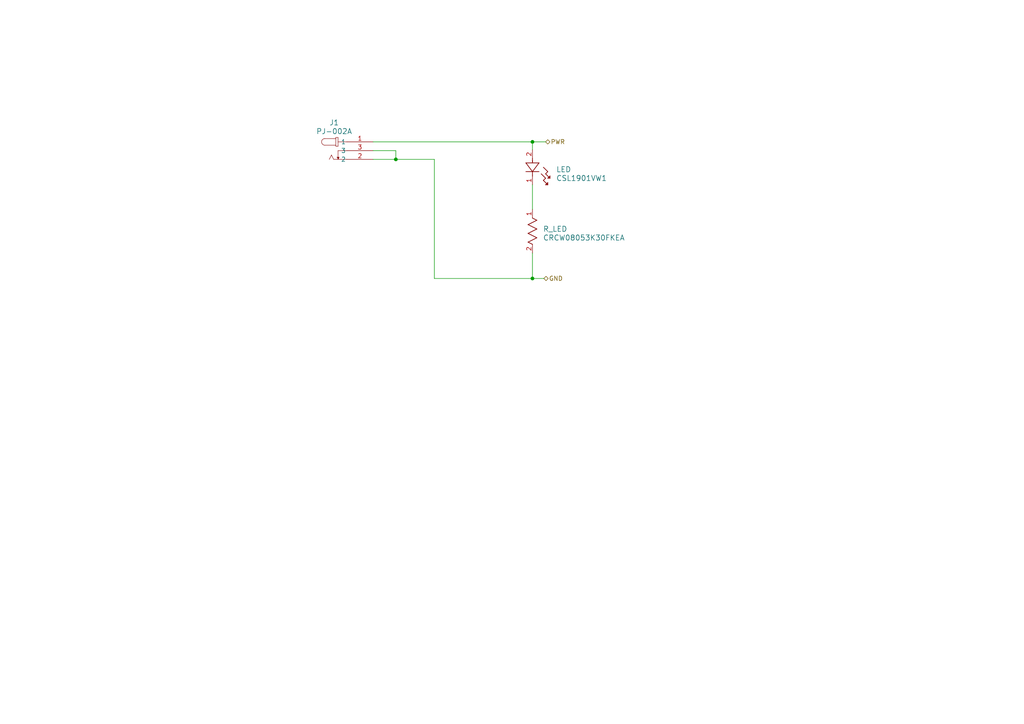
<source format=kicad_sch>
(kicad_sch (version 20230121) (generator eeschema)

  (uuid 7173bbd4-95cf-40bb-8d1a-773f28ab2724)

  (paper "A4")

  (lib_symbols
    (symbol "DC_barrel_jack_2.1mm:PJ-002A" (pin_names (offset 0.254)) (in_bom yes) (on_board yes)
      (property "Reference" "J" (at -7.62 7.62 0)
        (effects (font (size 1.524 1.524)))
      )
      (property "Value" "PJ-002A" (at -7.62 5.08 0)
        (effects (font (size 1.524 1.524)))
      )
      (property "Footprint" "PJ-002A_CUD" (at 0 0 0)
        (effects (font (size 1.27 1.27) italic) hide)
      )
      (property "Datasheet" "PJ-002A" (at 0 0 0)
        (effects (font (size 1.27 1.27) italic) hide)
      )
      (property "ki_locked" "" (at 0 0 0)
        (effects (font (size 1.27 1.27)))
      )
      (property "ki_keywords" "PJ-002A" (at 0 0 0)
        (effects (font (size 1.27 1.27)) hide)
      )
      (property "ki_fp_filters" "PJ-002A_CUD" (at 0 0 0)
        (effects (font (size 1.27 1.27)) hide)
      )
      (symbol "PJ-002A_0_1"
        (arc (start -13.97 0.9652) (mid -14.931 0) (end -13.97 -0.9652)
          (stroke (width 0.127) (type default))
          (fill (type none))
        )
        (polyline
          (pts
            (xy -12.065 -3.81)
            (xy -12.7 -5.08)
          )
          (stroke (width 0.127) (type default))
          (fill (type none))
        )
        (polyline
          (pts
            (xy -11.43 -5.08)
            (xy -12.065 -3.81)
          )
          (stroke (width 0.127) (type default))
          (fill (type none))
        )
        (polyline
          (pts
            (xy -10.795 -0.9525)
            (xy -13.97 -0.9525)
          )
          (stroke (width 0.127) (type default))
          (fill (type none))
        )
        (polyline
          (pts
            (xy -10.795 0.9525)
            (xy -13.97 0.9525)
          )
          (stroke (width 0.127) (type default))
          (fill (type none))
        )
        (polyline
          (pts
            (xy -10.795 1.27)
            (xy -10.795 -1.27)
          )
          (stroke (width 0.127) (type default))
          (fill (type none))
        )
        (polyline
          (pts
            (xy -10.795 1.27)
            (xy -10.16 1.27)
          )
          (stroke (width 0.127) (type default))
          (fill (type none))
        )
        (polyline
          (pts
            (xy -10.16 -4.445)
            (xy -10.16 -2.54)
          )
          (stroke (width 0.127) (type default))
          (fill (type none))
        )
        (polyline
          (pts
            (xy -10.16 -1.27)
            (xy -10.795 -1.27)
          )
          (stroke (width 0.127) (type default))
          (fill (type none))
        )
        (polyline
          (pts
            (xy -10.16 1.27)
            (xy -10.16 -1.27)
          )
          (stroke (width 0.127) (type default))
          (fill (type none))
        )
        (polyline
          (pts
            (xy -7.62 -5.08)
            (xy -11.43 -5.08)
          )
          (stroke (width 0.127) (type default))
          (fill (type none))
        )
        (polyline
          (pts
            (xy -7.62 -2.54)
            (xy -10.16 -2.54)
          )
          (stroke (width 0.127) (type default))
          (fill (type none))
        )
        (polyline
          (pts
            (xy -7.62 0)
            (xy -10.16 0)
          )
          (stroke (width 0.127) (type default))
          (fill (type none))
        )
        (polyline
          (pts
            (xy -10.16 -5.08)
            (xy -9.8425 -4.445)
            (xy -10.4775 -4.445)
          )
          (stroke (width 0) (type default))
          (fill (type outline))
        )
        (pin unspecified line (at 0 0 180) (length 7.62)
          (name "1" (effects (font (size 1.27 1.27))))
          (number "1" (effects (font (size 1.27 1.27))))
        )
        (pin unspecified line (at 0 -5.08 180) (length 7.62)
          (name "2" (effects (font (size 1.27 1.27))))
          (number "2" (effects (font (size 1.27 1.27))))
        )
        (pin unspecified line (at 0 -2.54 180) (length 7.62)
          (name "3" (effects (font (size 1.27 1.27))))
          (number "3" (effects (font (size 1.27 1.27))))
        )
      )
    )
    (symbol "Red_201_LED:CSL1901VW1" (pin_names (offset 0.254)) (in_bom yes) (on_board yes)
      (property "Reference" "LED" (at 5.08 -4.445 0)
        (effects (font (size 1.524 1.524)))
      )
      (property "Value" "CSL1901VW1" (at 5.08 -7.62 0)
        (effects (font (size 1.524 1.524)))
      )
      (property "Footprint" "LED_CSL1901_1P6X0P8_ROM" (at 0 0 0)
        (effects (font (size 1.27 1.27) italic) hide)
      )
      (property "Datasheet" "CSL1901VW1" (at 0 0 0)
        (effects (font (size 1.27 1.27) italic) hide)
      )
      (property "ki_locked" "" (at 0 0 0)
        (effects (font (size 1.27 1.27)))
      )
      (property "ki_keywords" "CSL1901VW1" (at 0 0 0)
        (effects (font (size 1.27 1.27)) hide)
      )
      (property "ki_fp_filters" "LED_CSL1901_1P6X0P8_ROM LED_CSL1901_1P6X0P8_ROM-M LED_CSL1901_1P6X0P8_ROM-L" (at 0 0 0)
        (effects (font (size 1.27 1.27)) hide)
      )
      (symbol "CSL1901VW1_1_1"
        (polyline
          (pts
            (xy 2.54 0)
            (xy 3.4798 0)
          )
          (stroke (width 0.2032) (type default))
          (fill (type none))
        )
        (polyline
          (pts
            (xy 3.175 0)
            (xy 3.81 0)
          )
          (stroke (width 0.2032) (type default))
          (fill (type none))
        )
        (polyline
          (pts
            (xy 3.81 -1.905)
            (xy 6.35 0)
          )
          (stroke (width 0.2032) (type default))
          (fill (type none))
        )
        (polyline
          (pts
            (xy 3.81 1.905)
            (xy 3.81 -1.905)
          )
          (stroke (width 0.2032) (type default))
          (fill (type none))
        )
        (polyline
          (pts
            (xy 5.08 3.175)
            (xy 6.35 4.445)
          )
          (stroke (width 0.2032) (type default))
          (fill (type none))
        )
        (polyline
          (pts
            (xy 6.35 -1.905)
            (xy 6.35 1.905)
          )
          (stroke (width 0.2032) (type default))
          (fill (type none))
        )
        (polyline
          (pts
            (xy 6.35 0)
            (xy 3.81 1.905)
          )
          (stroke (width 0.2032) (type default))
          (fill (type none))
        )
        (polyline
          (pts
            (xy 6.35 0)
            (xy 7.62 0)
          )
          (stroke (width 0.2032) (type default))
          (fill (type none))
        )
        (polyline
          (pts
            (xy 6.35 4.445)
            (xy 6.985 3.81)
          )
          (stroke (width 0.2032) (type default))
          (fill (type none))
        )
        (polyline
          (pts
            (xy 6.985 2.54)
            (xy 8.255 3.81)
          )
          (stroke (width 0.2032) (type default))
          (fill (type none))
        )
        (polyline
          (pts
            (xy 6.985 3.81)
            (xy 8.255 5.08)
          )
          (stroke (width 0.2032) (type default))
          (fill (type none))
        )
        (polyline
          (pts
            (xy 7.62 5.08)
            (xy 8.255 4.445)
          )
          (stroke (width 0.2032) (type default))
          (fill (type none))
        )
        (polyline
          (pts
            (xy 8.255 3.81)
            (xy 8.89 3.175)
          )
          (stroke (width 0.2032) (type default))
          (fill (type none))
        )
        (polyline
          (pts
            (xy 8.255 4.445)
            (xy 8.255 5.08)
          )
          (stroke (width 0.2032) (type default))
          (fill (type none))
        )
        (polyline
          (pts
            (xy 8.255 5.08)
            (xy 7.62 5.08)
          )
          (stroke (width 0.2032) (type default))
          (fill (type none))
        )
        (polyline
          (pts
            (xy 8.89 3.175)
            (xy 10.16 4.445)
          )
          (stroke (width 0.2032) (type default))
          (fill (type none))
        )
        (polyline
          (pts
            (xy 9.525 4.445)
            (xy 10.16 3.81)
          )
          (stroke (width 0.2032) (type default))
          (fill (type none))
        )
        (polyline
          (pts
            (xy 10.16 3.81)
            (xy 10.16 4.445)
          )
          (stroke (width 0.2032) (type default))
          (fill (type none))
        )
        (polyline
          (pts
            (xy 10.16 4.445)
            (xy 9.525 4.445)
          )
          (stroke (width 0.2032) (type default))
          (fill (type none))
        )
        (pin unspecified line (at 10.16 0 180) (length 2.54)
          (name "" (effects (font (size 1.27 1.27))))
          (number "1" (effects (font (size 1.27 1.27))))
        )
        (pin unspecified line (at 0 0 0) (length 2.54)
          (name "" (effects (font (size 1.27 1.27))))
          (number "2" (effects (font (size 1.27 1.27))))
        )
      )
      (symbol "CSL1901VW1_1_2"
        (polyline
          (pts
            (xy -5.08 7.62)
            (xy -4.445 8.255)
          )
          (stroke (width 0.2032) (type default))
          (fill (type none))
        )
        (polyline
          (pts
            (xy -5.08 8.255)
            (xy -5.08 7.62)
          )
          (stroke (width 0.2032) (type default))
          (fill (type none))
        )
        (polyline
          (pts
            (xy -4.445 6.35)
            (xy -3.81 6.985)
          )
          (stroke (width 0.2032) (type default))
          (fill (type none))
        )
        (polyline
          (pts
            (xy -4.445 8.255)
            (xy -5.08 8.255)
          )
          (stroke (width 0.2032) (type default))
          (fill (type none))
        )
        (polyline
          (pts
            (xy -4.445 9.525)
            (xy -3.81 10.16)
          )
          (stroke (width 0.2032) (type default))
          (fill (type none))
        )
        (polyline
          (pts
            (xy -4.445 10.16)
            (xy -4.445 9.525)
          )
          (stroke (width 0.2032) (type default))
          (fill (type none))
        )
        (polyline
          (pts
            (xy -3.81 6.985)
            (xy -5.08 8.255)
          )
          (stroke (width 0.2032) (type default))
          (fill (type none))
        )
        (polyline
          (pts
            (xy -3.81 8.255)
            (xy -3.175 8.89)
          )
          (stroke (width 0.2032) (type default))
          (fill (type none))
        )
        (polyline
          (pts
            (xy -3.81 10.16)
            (xy -4.445 10.16)
          )
          (stroke (width 0.2032) (type default))
          (fill (type none))
        )
        (polyline
          (pts
            (xy -3.175 5.08)
            (xy -4.445 6.35)
          )
          (stroke (width 0.2032) (type default))
          (fill (type none))
        )
        (polyline
          (pts
            (xy -3.175 8.89)
            (xy -4.445 10.16)
          )
          (stroke (width 0.2032) (type default))
          (fill (type none))
        )
        (polyline
          (pts
            (xy -2.54 6.985)
            (xy -3.81 8.255)
          )
          (stroke (width 0.2032) (type default))
          (fill (type none))
        )
        (polyline
          (pts
            (xy -1.905 3.81)
            (xy 1.905 3.81)
          )
          (stroke (width 0.2032) (type default))
          (fill (type none))
        )
        (polyline
          (pts
            (xy 0 2.54)
            (xy 0 3.4798)
          )
          (stroke (width 0.2032) (type default))
          (fill (type none))
        )
        (polyline
          (pts
            (xy 0 3.175)
            (xy 0 3.81)
          )
          (stroke (width 0.2032) (type default))
          (fill (type none))
        )
        (polyline
          (pts
            (xy 0 6.35)
            (xy -1.905 3.81)
          )
          (stroke (width 0.2032) (type default))
          (fill (type none))
        )
        (polyline
          (pts
            (xy 0 6.35)
            (xy 0 7.62)
          )
          (stroke (width 0.2032) (type default))
          (fill (type none))
        )
        (polyline
          (pts
            (xy 1.905 3.81)
            (xy 0 6.35)
          )
          (stroke (width 0.2032) (type default))
          (fill (type none))
        )
        (polyline
          (pts
            (xy 1.905 6.35)
            (xy -1.905 6.35)
          )
          (stroke (width 0.2032) (type default))
          (fill (type none))
        )
        (pin unspecified line (at 0 10.16 270) (length 2.54)
          (name "" (effects (font (size 1.27 1.27))))
          (number "1" (effects (font (size 1.27 1.27))))
        )
        (pin unspecified line (at 0 0 90) (length 2.54)
          (name "" (effects (font (size 1.27 1.27))))
          (number "2" (effects (font (size 1.27 1.27))))
        )
      )
    )
    (symbol "Vishay_3.3k:CRCW08053K30FKEA" (pin_names (offset 0.254)) (in_bom yes) (on_board yes)
      (property "Reference" "R" (at 5.715 3.81 0)
        (effects (font (size 1.524 1.524)))
      )
      (property "Value" "CRCW08053K30FKEA" (at 6.35 -3.81 0)
        (effects (font (size 1.524 1.524)))
      )
      (property "Footprint" "RES_CRCW_0805" (at 0 0 0)
        (effects (font (size 1.27 1.27) italic) hide)
      )
      (property "Datasheet" "CRCW08053K30FKEA" (at 0 0 0)
        (effects (font (size 1.27 1.27) italic) hide)
      )
      (property "ki_locked" "" (at 0 0 0)
        (effects (font (size 1.27 1.27)))
      )
      (property "ki_keywords" "CRCW08053K30FKEA" (at 0 0 0)
        (effects (font (size 1.27 1.27)) hide)
      )
      (property "ki_fp_filters" "RES_CRCW_0805 RES_CRCW_0805-M RES_CRCW_0805-L" (at 0 0 0)
        (effects (font (size 1.27 1.27)) hide)
      )
      (symbol "CRCW08053K30FKEA_1_1"
        (polyline
          (pts
            (xy 2.54 0)
            (xy 3.175 1.27)
          )
          (stroke (width 0.2032) (type default))
          (fill (type none))
        )
        (polyline
          (pts
            (xy 3.175 1.27)
            (xy 4.445 -1.27)
          )
          (stroke (width 0.2032) (type default))
          (fill (type none))
        )
        (polyline
          (pts
            (xy 4.445 -1.27)
            (xy 5.715 1.27)
          )
          (stroke (width 0.2032) (type default))
          (fill (type none))
        )
        (polyline
          (pts
            (xy 5.715 1.27)
            (xy 6.985 -1.27)
          )
          (stroke (width 0.2032) (type default))
          (fill (type none))
        )
        (polyline
          (pts
            (xy 6.985 -1.27)
            (xy 8.255 1.27)
          )
          (stroke (width 0.2032) (type default))
          (fill (type none))
        )
        (polyline
          (pts
            (xy 8.255 1.27)
            (xy 9.525 -1.27)
          )
          (stroke (width 0.2032) (type default))
          (fill (type none))
        )
        (polyline
          (pts
            (xy 9.525 -1.27)
            (xy 10.16 0)
          )
          (stroke (width 0.2032) (type default))
          (fill (type none))
        )
        (pin unspecified line (at 12.7 0 180) (length 2.54)
          (name "" (effects (font (size 1.27 1.27))))
          (number "1" (effects (font (size 1.27 1.27))))
        )
        (pin unspecified line (at 0 0 0) (length 2.54)
          (name "" (effects (font (size 1.27 1.27))))
          (number "2" (effects (font (size 1.27 1.27))))
        )
      )
      (symbol "CRCW08053K30FKEA_1_2"
        (polyline
          (pts
            (xy -1.27 3.175)
            (xy 1.27 4.445)
          )
          (stroke (width 0.2032) (type default))
          (fill (type none))
        )
        (polyline
          (pts
            (xy -1.27 5.715)
            (xy 1.27 6.985)
          )
          (stroke (width 0.2032) (type default))
          (fill (type none))
        )
        (polyline
          (pts
            (xy -1.27 8.255)
            (xy 1.27 9.525)
          )
          (stroke (width 0.2032) (type default))
          (fill (type none))
        )
        (polyline
          (pts
            (xy 0 2.54)
            (xy -1.27 3.175)
          )
          (stroke (width 0.2032) (type default))
          (fill (type none))
        )
        (polyline
          (pts
            (xy 1.27 4.445)
            (xy -1.27 5.715)
          )
          (stroke (width 0.2032) (type default))
          (fill (type none))
        )
        (polyline
          (pts
            (xy 1.27 6.985)
            (xy -1.27 8.255)
          )
          (stroke (width 0.2032) (type default))
          (fill (type none))
        )
        (polyline
          (pts
            (xy 1.27 9.525)
            (xy 0 10.16)
          )
          (stroke (width 0.2032) (type default))
          (fill (type none))
        )
        (pin unspecified line (at 0 12.7 270) (length 2.54)
          (name "" (effects (font (size 1.27 1.27))))
          (number "1" (effects (font (size 1.27 1.27))))
        )
        (pin unspecified line (at 0 0 90) (length 2.54)
          (name "" (effects (font (size 1.27 1.27))))
          (number "2" (effects (font (size 1.27 1.27))))
        )
      )
    )
  )

  (junction (at 154.432 80.772) (diameter 0) (color 0 0 0 0)
    (uuid 59fb7bb7-1f8d-4e07-8065-d0f4f8b34f26)
  )
  (junction (at 114.808 46.228) (diameter 0) (color 0 0 0 0)
    (uuid 6ef96d50-61e9-48fc-83c5-85faf947c4dd)
  )
  (junction (at 154.432 41.148) (diameter 0) (color 0 0 0 0)
    (uuid b1f50afa-0e18-4670-aeed-26b92eadcb2d)
  )

  (wire (pts (xy 108.204 41.148) (xy 154.432 41.148))
    (stroke (width 0) (type default))
    (uuid 0ab5c1bb-6c63-4c10-85bd-133d9fb7a635)
  )
  (wire (pts (xy 125.984 80.772) (xy 125.984 46.228))
    (stroke (width 0) (type default))
    (uuid 20e6438c-e820-4800-8393-6ea86a1795b6)
  )
  (wire (pts (xy 154.432 53.594) (xy 154.432 60.706))
    (stroke (width 0) (type default))
    (uuid 2f48842a-c17d-4da9-8b3a-a7fa5ef86686)
  )
  (wire (pts (xy 154.432 41.148) (xy 158.242 41.148))
    (stroke (width 0) (type default))
    (uuid 51e6f6ac-34de-4e1e-b47f-5e2155a98f3c)
  )
  (wire (pts (xy 154.432 41.148) (xy 154.432 43.434))
    (stroke (width 0) (type default))
    (uuid 53d864f1-49fc-4e38-9e0c-d3b1a8eaa76b)
  )
  (wire (pts (xy 154.432 80.772) (xy 157.734 80.772))
    (stroke (width 0) (type default))
    (uuid 5d5fe5c3-8de7-4bab-9477-9b85159dc447)
  )
  (wire (pts (xy 108.204 43.688) (xy 114.808 43.688))
    (stroke (width 0) (type default))
    (uuid ab6b105a-e286-4abb-aa7a-a36229516e83)
  )
  (wire (pts (xy 125.984 80.772) (xy 154.432 80.772))
    (stroke (width 0) (type default))
    (uuid c303987f-c0e4-4ba3-9714-1b9fdbe5bb47)
  )
  (wire (pts (xy 154.432 73.406) (xy 154.432 80.772))
    (stroke (width 0) (type default))
    (uuid e4ccf04c-9394-4d87-83b9-b7c2a94d2e41)
  )
  (wire (pts (xy 114.808 46.228) (xy 125.984 46.228))
    (stroke (width 0) (type default))
    (uuid e55207ef-72b8-49db-bcc2-0760a0f68a02)
  )
  (wire (pts (xy 114.808 43.688) (xy 114.808 46.228))
    (stroke (width 0) (type default))
    (uuid f49daaf1-a8dc-4c69-ba5a-59526023f991)
  )
  (wire (pts (xy 108.204 46.228) (xy 114.808 46.228))
    (stroke (width 0) (type default))
    (uuid fe6f7b48-73b2-477e-ba9d-7c831babfe6a)
  )

  (hierarchical_label "PWR" (shape bidirectional) (at 158.242 41.148 0) (fields_autoplaced)
    (effects (font (size 1.27 1.27)) (justify left))
    (uuid 00050725-c477-46a6-8a9a-059696ce0e7e)
  )
  (hierarchical_label "GND" (shape bidirectional) (at 157.734 80.772 0) (fields_autoplaced)
    (effects (font (size 1.27 1.27)) (justify left))
    (uuid d4080f08-3ca1-4e39-8222-7dfd449627b2)
  )

  (symbol (lib_id "Vishay_3.3k:CRCW08053K30FKEA") (at 154.432 73.406 90) (unit 1)
    (in_bom yes) (on_board yes) (dnp no) (fields_autoplaced)
    (uuid c81a2032-c8ab-4912-84b9-73f881bd22ec)
    (property "Reference" "R_LED" (at 157.48 66.421 90)
      (effects (font (size 1.524 1.524)) (justify right))
    )
    (property "Value" "CRCW08053K30FKEA" (at 157.48 68.961 90)
      (effects (font (size 1.524 1.524)) (justify right))
    )
    (property "Footprint" "Vishay_3.3k:RES_CRCW_0805" (at 154.432 73.406 0)
      (effects (font (size 1.27 1.27) italic) hide)
    )
    (property "Datasheet" "CRCW08053K30FKEA" (at 154.432 73.406 0)
      (effects (font (size 1.27 1.27) italic) hide)
    )
    (pin "1" (uuid 01ceb6a0-b864-4add-bf41-05b1ee86b0c0))
    (pin "2" (uuid 6df18eef-bfcd-4e63-96a1-253f1b167037))
    (instances
      (project "Air quality project"
        (path "/67b6672b-0c15-41a5-a844-17aa721018b8/707bdb2c-de72-40a9-8db5-ed19786af8fa"
          (reference "R_LED") (unit 1)
        )
      )
    )
  )

  (symbol (lib_id "Red_201_LED:CSL1901VW1") (at 154.432 43.434 270) (unit 1)
    (in_bom yes) (on_board yes) (dnp no) (fields_autoplaced)
    (uuid e23d2477-30b3-41a9-9f63-cf0ed366edfc)
    (property "Reference" "LED" (at 161.29 49.149 90)
      (effects (font (size 1.524 1.524)) (justify left))
    )
    (property "Value" "CSL1901VW1" (at 161.29 51.689 90)
      (effects (font (size 1.524 1.524)) (justify left))
    )
    (property "Footprint" "Red_201_LED:LED_CSL1901_1P6X0P8_ROM" (at 154.432 43.434 0)
      (effects (font (size 1.27 1.27) italic) hide)
    )
    (property "Datasheet" "CSL1901VW1" (at 154.432 43.434 0)
      (effects (font (size 1.27 1.27) italic) hide)
    )
    (pin "1" (uuid 8daf2e88-2bce-4707-9d18-8fd1a8983016))
    (pin "2" (uuid e4fc93a6-9aea-4d2e-a9d1-15ffe3f73bea))
    (instances
      (project "Air quality project"
        (path "/67b6672b-0c15-41a5-a844-17aa721018b8/707bdb2c-de72-40a9-8db5-ed19786af8fa"
          (reference "LED") (unit 1)
        )
      )
    )
  )

  (symbol (lib_id "DC_barrel_jack_2.1mm:PJ-002A") (at 108.204 41.148 0) (unit 1)
    (in_bom yes) (on_board yes) (dnp no) (fields_autoplaced)
    (uuid f370874f-f5e7-402c-b500-b02bbde950ce)
    (property "Reference" "J1" (at 96.9285 35.56 0)
      (effects (font (size 1.524 1.524)))
    )
    (property "Value" "PJ-002A" (at 96.9285 38.1 0)
      (effects (font (size 1.524 1.524)))
    )
    (property "Footprint" "Connector_BarrelJack:BarrelJack_GCT_DCJ200-10-A_Horizontal" (at 108.204 41.148 0)
      (effects (font (size 1.27 1.27) italic) hide)
    )
    (property "Datasheet" "PJ-002A" (at 108.204 41.148 0)
      (effects (font (size 1.27 1.27) italic) hide)
    )
    (pin "1" (uuid 9582d45d-bde1-428a-94c1-48d14ec356e6))
    (pin "2" (uuid 09d92ec4-b712-49a2-87c3-1485119ecabb))
    (pin "3" (uuid 9852a623-4caf-427a-9859-9b181464766f))
    (instances
      (project "Air quality project"
        (path "/67b6672b-0c15-41a5-a844-17aa721018b8/707bdb2c-de72-40a9-8db5-ed19786af8fa"
          (reference "J1") (unit 1)
        )
      )
    )
  )
)

</source>
